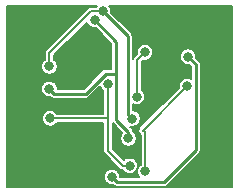
<source format=gbr>
G04 #@! TF.GenerationSoftware,KiCad,Pcbnew,(5.1.5)-3*
G04 #@! TF.CreationDate,2020-05-29T14:49:25+09:00*
G04 #@! TF.ProjectId,FMU3_Sensors_make,464d5533-5f53-4656-9e73-6f72735f6d61,rev?*
G04 #@! TF.SameCoordinates,Original*
G04 #@! TF.FileFunction,Copper,L2,Bot*
G04 #@! TF.FilePolarity,Positive*
%FSLAX46Y46*%
G04 Gerber Fmt 4.6, Leading zero omitted, Abs format (unit mm)*
G04 Created by KiCad (PCBNEW (5.1.5)-3) date 2020-05-29 14:49:25*
%MOMM*%
%LPD*%
G04 APERTURE LIST*
%ADD10C,0.800000*%
%ADD11C,0.200000*%
%ADD12C,0.250000*%
G04 APERTURE END LIST*
D10*
X141270180Y-26255000D03*
X140590000Y-30010000D03*
X131200000Y-35970000D03*
X133890000Y-26650000D03*
X134830000Y-28690000D03*
X144997653Y-36517653D03*
X141478000Y-24384000D03*
X143256000Y-28702000D03*
X138460000Y-36800000D03*
X144910000Y-26620000D03*
X141300000Y-36330000D03*
X144840000Y-29130000D03*
X138122981Y-28942888D03*
X139970000Y-35860000D03*
X133225000Y-31850000D03*
X137000000Y-23500000D03*
X139870000Y-33550000D03*
X133175000Y-29350000D03*
X137701240Y-22787072D03*
X133175000Y-27450000D03*
X140190000Y-31860000D03*
D11*
X140590000Y-26935180D02*
X141270180Y-26255000D01*
X140590000Y-30010000D02*
X140590000Y-26935180D01*
D12*
X145565001Y-34524999D02*
X142890001Y-37199999D01*
X145565001Y-27275001D02*
X145565001Y-34524999D01*
X138859999Y-37199999D02*
X138460000Y-36800000D01*
X142890001Y-37199999D02*
X138859999Y-37199999D01*
X144910000Y-26620000D02*
X145565001Y-27275001D01*
D11*
X141090000Y-32880000D02*
X144840000Y-29130000D01*
X141300000Y-36330000D02*
X141300000Y-32890000D01*
X138122981Y-29508573D02*
X138122981Y-28942888D01*
X139404315Y-35860000D02*
X138122981Y-34578666D01*
X139970000Y-35860000D02*
X139404315Y-35860000D01*
X138100000Y-31850000D02*
X138125000Y-31875000D01*
X133225000Y-31850000D02*
X138100000Y-31850000D01*
X138122981Y-34578666D02*
X138125000Y-31875000D01*
X138125000Y-31875000D02*
X138122981Y-29508573D01*
D12*
X139870000Y-32984315D02*
X139870000Y-33550000D01*
X138847982Y-31962297D02*
X139870000Y-32984315D01*
X137000000Y-23500000D02*
X138847982Y-25347982D01*
X137942867Y-28050000D02*
X138830000Y-28050000D01*
X136242868Y-29749999D02*
X137942867Y-28050000D01*
X133574999Y-29749999D02*
X136242868Y-29749999D01*
X133175000Y-29350000D02*
X133574999Y-29749999D01*
X138830000Y-28050000D02*
X138847982Y-31962297D01*
X138847982Y-25347982D02*
X138830000Y-28050000D01*
D11*
X133175000Y-26884315D02*
X133175000Y-27450000D01*
X133175000Y-26328998D02*
X133175000Y-26884315D01*
X136716926Y-22787072D02*
X133175000Y-26328998D01*
X137701240Y-22787072D02*
X136716926Y-22787072D01*
D12*
X138101239Y-23187071D02*
X137701240Y-22787072D01*
X139790001Y-31460001D02*
X139790001Y-24875833D01*
X139790001Y-24875833D02*
X138101239Y-23187071D01*
X140190000Y-31860000D02*
X139790001Y-31460001D01*
D11*
G36*
X137157514Y-22340848D02*
G01*
X137126628Y-22387072D01*
X136736573Y-22387072D01*
X136716926Y-22385137D01*
X136638512Y-22392860D01*
X136563112Y-22415732D01*
X136493623Y-22452875D01*
X136447975Y-22490337D01*
X136447973Y-22490339D01*
X136432715Y-22502861D01*
X136420193Y-22518119D01*
X132906052Y-26032261D01*
X132890789Y-26044787D01*
X132840803Y-26105696D01*
X132803660Y-26175185D01*
X132798273Y-26192945D01*
X132780788Y-26250585D01*
X132773065Y-26328998D01*
X132775000Y-26348645D01*
X132775001Y-26864660D01*
X132775000Y-26864669D01*
X132775000Y-26875388D01*
X132728776Y-26906274D01*
X132631274Y-27003776D01*
X132554668Y-27118426D01*
X132501901Y-27245818D01*
X132475000Y-27381056D01*
X132475000Y-27518944D01*
X132501901Y-27654182D01*
X132554668Y-27781574D01*
X132631274Y-27896224D01*
X132728776Y-27993726D01*
X132843426Y-28070332D01*
X132970818Y-28123099D01*
X133106056Y-28150000D01*
X133243944Y-28150000D01*
X133379182Y-28123099D01*
X133506574Y-28070332D01*
X133621224Y-27993726D01*
X133718726Y-27896224D01*
X133795332Y-27781574D01*
X133848099Y-27654182D01*
X133875000Y-27518944D01*
X133875000Y-27381056D01*
X133848099Y-27245818D01*
X133795332Y-27118426D01*
X133718726Y-27003776D01*
X133621224Y-26906274D01*
X133575000Y-26875388D01*
X133575000Y-26494683D01*
X136338207Y-23731477D01*
X136379668Y-23831574D01*
X136456274Y-23946224D01*
X136553776Y-24043726D01*
X136668426Y-24120332D01*
X136795818Y-24173099D01*
X136931056Y-24200000D01*
X137068944Y-24200000D01*
X137093980Y-24195020D01*
X138421809Y-25522850D01*
X138407820Y-27625000D01*
X137963734Y-27625000D01*
X137942867Y-27622945D01*
X137922000Y-27625000D01*
X137921993Y-27625000D01*
X137859553Y-27631150D01*
X137779440Y-27655452D01*
X137705607Y-27694916D01*
X137640893Y-27748026D01*
X137627583Y-27764244D01*
X136066828Y-29324999D01*
X133875000Y-29324999D01*
X133875000Y-29281056D01*
X133848099Y-29145818D01*
X133795332Y-29018426D01*
X133718726Y-28903776D01*
X133621224Y-28806274D01*
X133506574Y-28729668D01*
X133379182Y-28676901D01*
X133243944Y-28650000D01*
X133106056Y-28650000D01*
X132970818Y-28676901D01*
X132843426Y-28729668D01*
X132728776Y-28806274D01*
X132631274Y-28903776D01*
X132554668Y-29018426D01*
X132501901Y-29145818D01*
X132475000Y-29281056D01*
X132475000Y-29418944D01*
X132501901Y-29554182D01*
X132554668Y-29681574D01*
X132631274Y-29796224D01*
X132728776Y-29893726D01*
X132843426Y-29970332D01*
X132970818Y-30023099D01*
X133106056Y-30050000D01*
X133243944Y-30050000D01*
X133267552Y-30045304D01*
X133273025Y-30051973D01*
X133337739Y-30105083D01*
X133411572Y-30144547D01*
X133467382Y-30161477D01*
X133491684Y-30168849D01*
X133500097Y-30169678D01*
X133554125Y-30174999D01*
X133554131Y-30174999D01*
X133574998Y-30177054D01*
X133595865Y-30174999D01*
X136222001Y-30174999D01*
X136242868Y-30177054D01*
X136263735Y-30174999D01*
X136263742Y-30174999D01*
X136326182Y-30168849D01*
X136406295Y-30144547D01*
X136480128Y-30105083D01*
X136544842Y-30051973D01*
X136558152Y-30035755D01*
X137449377Y-29144530D01*
X137449882Y-29147070D01*
X137502649Y-29274462D01*
X137579255Y-29389112D01*
X137676757Y-29486614D01*
X137722981Y-29517500D01*
X137722981Y-29528219D01*
X137722998Y-29528395D01*
X137724637Y-31450000D01*
X133799612Y-31450000D01*
X133768726Y-31403776D01*
X133671224Y-31306274D01*
X133556574Y-31229668D01*
X133429182Y-31176901D01*
X133293944Y-31150000D01*
X133156056Y-31150000D01*
X133020818Y-31176901D01*
X132893426Y-31229668D01*
X132778776Y-31306274D01*
X132681274Y-31403776D01*
X132604668Y-31518426D01*
X132551901Y-31645818D01*
X132525000Y-31781056D01*
X132525000Y-31918944D01*
X132551901Y-32054182D01*
X132604668Y-32181574D01*
X132681274Y-32296224D01*
X132778776Y-32393726D01*
X132893426Y-32470332D01*
X133020818Y-32523099D01*
X133156056Y-32550000D01*
X133293944Y-32550000D01*
X133429182Y-32523099D01*
X133556574Y-32470332D01*
X133671224Y-32393726D01*
X133768726Y-32296224D01*
X133799612Y-32250000D01*
X137724720Y-32250000D01*
X137722996Y-34558865D01*
X137721046Y-34578666D01*
X137724956Y-34618370D01*
X137728711Y-34656785D01*
X137728754Y-34656927D01*
X137728769Y-34657079D01*
X137740214Y-34694809D01*
X137751527Y-34732202D01*
X137751598Y-34732335D01*
X137751642Y-34732480D01*
X137770264Y-34767319D01*
X137788618Y-34801719D01*
X137788713Y-34801834D01*
X137788784Y-34801968D01*
X137813880Y-34832548D01*
X137838558Y-34862664D01*
X137853923Y-34875293D01*
X139107582Y-36128953D01*
X139120104Y-36144211D01*
X139135362Y-36156733D01*
X139135364Y-36156735D01*
X139181012Y-36194197D01*
X139250500Y-36231340D01*
X139325901Y-36254212D01*
X139396144Y-36261130D01*
X139426274Y-36306224D01*
X139523776Y-36403726D01*
X139638426Y-36480332D01*
X139765818Y-36533099D01*
X139901056Y-36560000D01*
X140038944Y-36560000D01*
X140174182Y-36533099D01*
X140301574Y-36480332D01*
X140416224Y-36403726D01*
X140513726Y-36306224D01*
X140590332Y-36191574D01*
X140643099Y-36064182D01*
X140670000Y-35928944D01*
X140670000Y-35791056D01*
X140643099Y-35655818D01*
X140590332Y-35528426D01*
X140513726Y-35413776D01*
X140416224Y-35316274D01*
X140301574Y-35239668D01*
X140174182Y-35186901D01*
X140038944Y-35160000D01*
X139901056Y-35160000D01*
X139765818Y-35186901D01*
X139638426Y-35239668D01*
X139523776Y-35316274D01*
X139475025Y-35365025D01*
X138523105Y-34413104D01*
X138524728Y-32238341D01*
X138532702Y-32248057D01*
X138533399Y-32248754D01*
X138547400Y-32265655D01*
X138562910Y-32278265D01*
X139357347Y-33072703D01*
X139326274Y-33103776D01*
X139249668Y-33218426D01*
X139196901Y-33345818D01*
X139170000Y-33481056D01*
X139170000Y-33618944D01*
X139196901Y-33754182D01*
X139249668Y-33881574D01*
X139326274Y-33996224D01*
X139423776Y-34093726D01*
X139538426Y-34170332D01*
X139665818Y-34223099D01*
X139801056Y-34250000D01*
X139938944Y-34250000D01*
X140074182Y-34223099D01*
X140201574Y-34170332D01*
X140316224Y-34093726D01*
X140413726Y-33996224D01*
X140490332Y-33881574D01*
X140543099Y-33754182D01*
X140570000Y-33618944D01*
X140570000Y-33481056D01*
X140543099Y-33345818D01*
X140490332Y-33218426D01*
X140413726Y-33103776D01*
X140316224Y-33006274D01*
X140296209Y-32992901D01*
X140297055Y-32984315D01*
X140295000Y-32963448D01*
X140295000Y-32963441D01*
X140288850Y-32901001D01*
X140273379Y-32850000D01*
X140264548Y-32820887D01*
X140250801Y-32795170D01*
X140225084Y-32747055D01*
X140171974Y-32682341D01*
X140155763Y-32669037D01*
X140028269Y-32541543D01*
X140121056Y-32560000D01*
X140258944Y-32560000D01*
X140394182Y-32533099D01*
X140521574Y-32480332D01*
X140636224Y-32403726D01*
X140733726Y-32306224D01*
X140810332Y-32191574D01*
X140863099Y-32064182D01*
X140890000Y-31928944D01*
X140890000Y-31791056D01*
X140863099Y-31655818D01*
X140810332Y-31528426D01*
X140733726Y-31413776D01*
X140636224Y-31316274D01*
X140521574Y-31239668D01*
X140394182Y-31186901D01*
X140258944Y-31160000D01*
X140215001Y-31160000D01*
X140215001Y-30601317D01*
X140258426Y-30630332D01*
X140385818Y-30683099D01*
X140521056Y-30710000D01*
X140658944Y-30710000D01*
X140794182Y-30683099D01*
X140921574Y-30630332D01*
X141036224Y-30553726D01*
X141133726Y-30456224D01*
X141210332Y-30341574D01*
X141263099Y-30214182D01*
X141290000Y-30078944D01*
X141290000Y-29941056D01*
X141263099Y-29805818D01*
X141210332Y-29678426D01*
X141133726Y-29563776D01*
X141036224Y-29466274D01*
X140990000Y-29435388D01*
X140990000Y-27100865D01*
X141146711Y-26944154D01*
X141201236Y-26955000D01*
X141339124Y-26955000D01*
X141474362Y-26928099D01*
X141601754Y-26875332D01*
X141716404Y-26798726D01*
X141813906Y-26701224D01*
X141890512Y-26586574D01*
X141943279Y-26459182D01*
X141970180Y-26323944D01*
X141970180Y-26186056D01*
X141943279Y-26050818D01*
X141890512Y-25923426D01*
X141813906Y-25808776D01*
X141716404Y-25711274D01*
X141601754Y-25634668D01*
X141474362Y-25581901D01*
X141339124Y-25555000D01*
X141201236Y-25555000D01*
X141065998Y-25581901D01*
X140938606Y-25634668D01*
X140823956Y-25711274D01*
X140726454Y-25808776D01*
X140649848Y-25923426D01*
X140597081Y-26050818D01*
X140570180Y-26186056D01*
X140570180Y-26323944D01*
X140581026Y-26378469D01*
X140321047Y-26638448D01*
X140305790Y-26650969D01*
X140293268Y-26666227D01*
X140293265Y-26666230D01*
X140255803Y-26711878D01*
X140218661Y-26781366D01*
X140215001Y-26793431D01*
X140215001Y-24896699D01*
X140217056Y-24875832D01*
X140215001Y-24854965D01*
X140215001Y-24854959D01*
X140208851Y-24792519D01*
X140184549Y-24712406D01*
X140145085Y-24638573D01*
X140091975Y-24573859D01*
X140075763Y-24560554D01*
X138416523Y-22901315D01*
X138416519Y-22901310D01*
X138396260Y-22881051D01*
X138401240Y-22856016D01*
X138401240Y-22718128D01*
X138374339Y-22582890D01*
X138321572Y-22455498D01*
X138244966Y-22340848D01*
X138229118Y-22325000D01*
X148675000Y-22325000D01*
X148675001Y-37675000D01*
X129575000Y-37675000D01*
X129575000Y-36731056D01*
X137760000Y-36731056D01*
X137760000Y-36868944D01*
X137786901Y-37004182D01*
X137839668Y-37131574D01*
X137916274Y-37246224D01*
X138013776Y-37343726D01*
X138128426Y-37420332D01*
X138255818Y-37473099D01*
X138391056Y-37500000D01*
X138528944Y-37500000D01*
X138552552Y-37495304D01*
X138558025Y-37501973D01*
X138622739Y-37555083D01*
X138696572Y-37594547D01*
X138752382Y-37611477D01*
X138776684Y-37618849D01*
X138785097Y-37619678D01*
X138839125Y-37624999D01*
X138839131Y-37624999D01*
X138859998Y-37627054D01*
X138880865Y-37624999D01*
X142869134Y-37624999D01*
X142890001Y-37627054D01*
X142910868Y-37624999D01*
X142910875Y-37624999D01*
X142973315Y-37618849D01*
X143053428Y-37594547D01*
X143127261Y-37555083D01*
X143191975Y-37501973D01*
X143205284Y-37485756D01*
X145850763Y-34840278D01*
X145866975Y-34826973D01*
X145920085Y-34762259D01*
X145959549Y-34688426D01*
X145983851Y-34608313D01*
X145990001Y-34545873D01*
X145990001Y-34545867D01*
X145992056Y-34525000D01*
X145990001Y-34504133D01*
X145990001Y-27295867D01*
X145992056Y-27275000D01*
X145990001Y-27254133D01*
X145990001Y-27254127D01*
X145983851Y-27191687D01*
X145959549Y-27111574D01*
X145920085Y-27037741D01*
X145866975Y-26973027D01*
X145850764Y-26959723D01*
X145605020Y-26713979D01*
X145610000Y-26688944D01*
X145610000Y-26551056D01*
X145583099Y-26415818D01*
X145530332Y-26288426D01*
X145453726Y-26173776D01*
X145356224Y-26076274D01*
X145241574Y-25999668D01*
X145114182Y-25946901D01*
X144978944Y-25920000D01*
X144841056Y-25920000D01*
X144705818Y-25946901D01*
X144578426Y-25999668D01*
X144463776Y-26076274D01*
X144366274Y-26173776D01*
X144289668Y-26288426D01*
X144236901Y-26415818D01*
X144210000Y-26551056D01*
X144210000Y-26688944D01*
X144236901Y-26824182D01*
X144289668Y-26951574D01*
X144366274Y-27066224D01*
X144463776Y-27163726D01*
X144578426Y-27240332D01*
X144705818Y-27293099D01*
X144841056Y-27320000D01*
X144978944Y-27320000D01*
X145003979Y-27315020D01*
X145140001Y-27451042D01*
X145140001Y-28496590D01*
X145044182Y-28456901D01*
X144908944Y-28430000D01*
X144771056Y-28430000D01*
X144635818Y-28456901D01*
X144508426Y-28509668D01*
X144393776Y-28586274D01*
X144296274Y-28683776D01*
X144219668Y-28798426D01*
X144166901Y-28925818D01*
X144140000Y-29061056D01*
X144140000Y-29198944D01*
X144150846Y-29253468D01*
X140793265Y-32611050D01*
X140755803Y-32656698D01*
X140718661Y-32726186D01*
X140695788Y-32801587D01*
X140688065Y-32880000D01*
X140695788Y-32958413D01*
X140718661Y-33033814D01*
X140755803Y-33103302D01*
X140805790Y-33164210D01*
X140866698Y-33214197D01*
X140900001Y-33231998D01*
X140900000Y-35755388D01*
X140853776Y-35786274D01*
X140756274Y-35883776D01*
X140679668Y-35998426D01*
X140626901Y-36125818D01*
X140600000Y-36261056D01*
X140600000Y-36398944D01*
X140626901Y-36534182D01*
X140679668Y-36661574D01*
X140755455Y-36774999D01*
X139160000Y-36774999D01*
X139160000Y-36731056D01*
X139133099Y-36595818D01*
X139080332Y-36468426D01*
X139003726Y-36353776D01*
X138906224Y-36256274D01*
X138791574Y-36179668D01*
X138664182Y-36126901D01*
X138528944Y-36100000D01*
X138391056Y-36100000D01*
X138255818Y-36126901D01*
X138128426Y-36179668D01*
X138013776Y-36256274D01*
X137916274Y-36353776D01*
X137839668Y-36468426D01*
X137786901Y-36595818D01*
X137760000Y-36731056D01*
X129575000Y-36731056D01*
X129575000Y-22325000D01*
X137173362Y-22325000D01*
X137157514Y-22340848D01*
G37*
X137157514Y-22340848D02*
X137126628Y-22387072D01*
X136736573Y-22387072D01*
X136716926Y-22385137D01*
X136638512Y-22392860D01*
X136563112Y-22415732D01*
X136493623Y-22452875D01*
X136447975Y-22490337D01*
X136447973Y-22490339D01*
X136432715Y-22502861D01*
X136420193Y-22518119D01*
X132906052Y-26032261D01*
X132890789Y-26044787D01*
X132840803Y-26105696D01*
X132803660Y-26175185D01*
X132798273Y-26192945D01*
X132780788Y-26250585D01*
X132773065Y-26328998D01*
X132775000Y-26348645D01*
X132775001Y-26864660D01*
X132775000Y-26864669D01*
X132775000Y-26875388D01*
X132728776Y-26906274D01*
X132631274Y-27003776D01*
X132554668Y-27118426D01*
X132501901Y-27245818D01*
X132475000Y-27381056D01*
X132475000Y-27518944D01*
X132501901Y-27654182D01*
X132554668Y-27781574D01*
X132631274Y-27896224D01*
X132728776Y-27993726D01*
X132843426Y-28070332D01*
X132970818Y-28123099D01*
X133106056Y-28150000D01*
X133243944Y-28150000D01*
X133379182Y-28123099D01*
X133506574Y-28070332D01*
X133621224Y-27993726D01*
X133718726Y-27896224D01*
X133795332Y-27781574D01*
X133848099Y-27654182D01*
X133875000Y-27518944D01*
X133875000Y-27381056D01*
X133848099Y-27245818D01*
X133795332Y-27118426D01*
X133718726Y-27003776D01*
X133621224Y-26906274D01*
X133575000Y-26875388D01*
X133575000Y-26494683D01*
X136338207Y-23731477D01*
X136379668Y-23831574D01*
X136456274Y-23946224D01*
X136553776Y-24043726D01*
X136668426Y-24120332D01*
X136795818Y-24173099D01*
X136931056Y-24200000D01*
X137068944Y-24200000D01*
X137093980Y-24195020D01*
X138421809Y-25522850D01*
X138407820Y-27625000D01*
X137963734Y-27625000D01*
X137942867Y-27622945D01*
X137922000Y-27625000D01*
X137921993Y-27625000D01*
X137859553Y-27631150D01*
X137779440Y-27655452D01*
X137705607Y-27694916D01*
X137640893Y-27748026D01*
X137627583Y-27764244D01*
X136066828Y-29324999D01*
X133875000Y-29324999D01*
X133875000Y-29281056D01*
X133848099Y-29145818D01*
X133795332Y-29018426D01*
X133718726Y-28903776D01*
X133621224Y-28806274D01*
X133506574Y-28729668D01*
X133379182Y-28676901D01*
X133243944Y-28650000D01*
X133106056Y-28650000D01*
X132970818Y-28676901D01*
X132843426Y-28729668D01*
X132728776Y-28806274D01*
X132631274Y-28903776D01*
X132554668Y-29018426D01*
X132501901Y-29145818D01*
X132475000Y-29281056D01*
X132475000Y-29418944D01*
X132501901Y-29554182D01*
X132554668Y-29681574D01*
X132631274Y-29796224D01*
X132728776Y-29893726D01*
X132843426Y-29970332D01*
X132970818Y-30023099D01*
X133106056Y-30050000D01*
X133243944Y-30050000D01*
X133267552Y-30045304D01*
X133273025Y-30051973D01*
X133337739Y-30105083D01*
X133411572Y-30144547D01*
X133467382Y-30161477D01*
X133491684Y-30168849D01*
X133500097Y-30169678D01*
X133554125Y-30174999D01*
X133554131Y-30174999D01*
X133574998Y-30177054D01*
X133595865Y-30174999D01*
X136222001Y-30174999D01*
X136242868Y-30177054D01*
X136263735Y-30174999D01*
X136263742Y-30174999D01*
X136326182Y-30168849D01*
X136406295Y-30144547D01*
X136480128Y-30105083D01*
X136544842Y-30051973D01*
X136558152Y-30035755D01*
X137449377Y-29144530D01*
X137449882Y-29147070D01*
X137502649Y-29274462D01*
X137579255Y-29389112D01*
X137676757Y-29486614D01*
X137722981Y-29517500D01*
X137722981Y-29528219D01*
X137722998Y-29528395D01*
X137724637Y-31450000D01*
X133799612Y-31450000D01*
X133768726Y-31403776D01*
X133671224Y-31306274D01*
X133556574Y-31229668D01*
X133429182Y-31176901D01*
X133293944Y-31150000D01*
X133156056Y-31150000D01*
X133020818Y-31176901D01*
X132893426Y-31229668D01*
X132778776Y-31306274D01*
X132681274Y-31403776D01*
X132604668Y-31518426D01*
X132551901Y-31645818D01*
X132525000Y-31781056D01*
X132525000Y-31918944D01*
X132551901Y-32054182D01*
X132604668Y-32181574D01*
X132681274Y-32296224D01*
X132778776Y-32393726D01*
X132893426Y-32470332D01*
X133020818Y-32523099D01*
X133156056Y-32550000D01*
X133293944Y-32550000D01*
X133429182Y-32523099D01*
X133556574Y-32470332D01*
X133671224Y-32393726D01*
X133768726Y-32296224D01*
X133799612Y-32250000D01*
X137724720Y-32250000D01*
X137722996Y-34558865D01*
X137721046Y-34578666D01*
X137724956Y-34618370D01*
X137728711Y-34656785D01*
X137728754Y-34656927D01*
X137728769Y-34657079D01*
X137740214Y-34694809D01*
X137751527Y-34732202D01*
X137751598Y-34732335D01*
X137751642Y-34732480D01*
X137770264Y-34767319D01*
X137788618Y-34801719D01*
X137788713Y-34801834D01*
X137788784Y-34801968D01*
X137813880Y-34832548D01*
X137838558Y-34862664D01*
X137853923Y-34875293D01*
X139107582Y-36128953D01*
X139120104Y-36144211D01*
X139135362Y-36156733D01*
X139135364Y-36156735D01*
X139181012Y-36194197D01*
X139250500Y-36231340D01*
X139325901Y-36254212D01*
X139396144Y-36261130D01*
X139426274Y-36306224D01*
X139523776Y-36403726D01*
X139638426Y-36480332D01*
X139765818Y-36533099D01*
X139901056Y-36560000D01*
X140038944Y-36560000D01*
X140174182Y-36533099D01*
X140301574Y-36480332D01*
X140416224Y-36403726D01*
X140513726Y-36306224D01*
X140590332Y-36191574D01*
X140643099Y-36064182D01*
X140670000Y-35928944D01*
X140670000Y-35791056D01*
X140643099Y-35655818D01*
X140590332Y-35528426D01*
X140513726Y-35413776D01*
X140416224Y-35316274D01*
X140301574Y-35239668D01*
X140174182Y-35186901D01*
X140038944Y-35160000D01*
X139901056Y-35160000D01*
X139765818Y-35186901D01*
X139638426Y-35239668D01*
X139523776Y-35316274D01*
X139475025Y-35365025D01*
X138523105Y-34413104D01*
X138524728Y-32238341D01*
X138532702Y-32248057D01*
X138533399Y-32248754D01*
X138547400Y-32265655D01*
X138562910Y-32278265D01*
X139357347Y-33072703D01*
X139326274Y-33103776D01*
X139249668Y-33218426D01*
X139196901Y-33345818D01*
X139170000Y-33481056D01*
X139170000Y-33618944D01*
X139196901Y-33754182D01*
X139249668Y-33881574D01*
X139326274Y-33996224D01*
X139423776Y-34093726D01*
X139538426Y-34170332D01*
X139665818Y-34223099D01*
X139801056Y-34250000D01*
X139938944Y-34250000D01*
X140074182Y-34223099D01*
X140201574Y-34170332D01*
X140316224Y-34093726D01*
X140413726Y-33996224D01*
X140490332Y-33881574D01*
X140543099Y-33754182D01*
X140570000Y-33618944D01*
X140570000Y-33481056D01*
X140543099Y-33345818D01*
X140490332Y-33218426D01*
X140413726Y-33103776D01*
X140316224Y-33006274D01*
X140296209Y-32992901D01*
X140297055Y-32984315D01*
X140295000Y-32963448D01*
X140295000Y-32963441D01*
X140288850Y-32901001D01*
X140273379Y-32850000D01*
X140264548Y-32820887D01*
X140250801Y-32795170D01*
X140225084Y-32747055D01*
X140171974Y-32682341D01*
X140155763Y-32669037D01*
X140028269Y-32541543D01*
X140121056Y-32560000D01*
X140258944Y-32560000D01*
X140394182Y-32533099D01*
X140521574Y-32480332D01*
X140636224Y-32403726D01*
X140733726Y-32306224D01*
X140810332Y-32191574D01*
X140863099Y-32064182D01*
X140890000Y-31928944D01*
X140890000Y-31791056D01*
X140863099Y-31655818D01*
X140810332Y-31528426D01*
X140733726Y-31413776D01*
X140636224Y-31316274D01*
X140521574Y-31239668D01*
X140394182Y-31186901D01*
X140258944Y-31160000D01*
X140215001Y-31160000D01*
X140215001Y-30601317D01*
X140258426Y-30630332D01*
X140385818Y-30683099D01*
X140521056Y-30710000D01*
X140658944Y-30710000D01*
X140794182Y-30683099D01*
X140921574Y-30630332D01*
X141036224Y-30553726D01*
X141133726Y-30456224D01*
X141210332Y-30341574D01*
X141263099Y-30214182D01*
X141290000Y-30078944D01*
X141290000Y-29941056D01*
X141263099Y-29805818D01*
X141210332Y-29678426D01*
X141133726Y-29563776D01*
X141036224Y-29466274D01*
X140990000Y-29435388D01*
X140990000Y-27100865D01*
X141146711Y-26944154D01*
X141201236Y-26955000D01*
X141339124Y-26955000D01*
X141474362Y-26928099D01*
X141601754Y-26875332D01*
X141716404Y-26798726D01*
X141813906Y-26701224D01*
X141890512Y-26586574D01*
X141943279Y-26459182D01*
X141970180Y-26323944D01*
X141970180Y-26186056D01*
X141943279Y-26050818D01*
X141890512Y-25923426D01*
X141813906Y-25808776D01*
X141716404Y-25711274D01*
X141601754Y-25634668D01*
X141474362Y-25581901D01*
X141339124Y-25555000D01*
X141201236Y-25555000D01*
X141065998Y-25581901D01*
X140938606Y-25634668D01*
X140823956Y-25711274D01*
X140726454Y-25808776D01*
X140649848Y-25923426D01*
X140597081Y-26050818D01*
X140570180Y-26186056D01*
X140570180Y-26323944D01*
X140581026Y-26378469D01*
X140321047Y-26638448D01*
X140305790Y-26650969D01*
X140293268Y-26666227D01*
X140293265Y-26666230D01*
X140255803Y-26711878D01*
X140218661Y-26781366D01*
X140215001Y-26793431D01*
X140215001Y-24896699D01*
X140217056Y-24875832D01*
X140215001Y-24854965D01*
X140215001Y-24854959D01*
X140208851Y-24792519D01*
X140184549Y-24712406D01*
X140145085Y-24638573D01*
X140091975Y-24573859D01*
X140075763Y-24560554D01*
X138416523Y-22901315D01*
X138416519Y-22901310D01*
X138396260Y-22881051D01*
X138401240Y-22856016D01*
X138401240Y-22718128D01*
X138374339Y-22582890D01*
X138321572Y-22455498D01*
X138244966Y-22340848D01*
X138229118Y-22325000D01*
X148675000Y-22325000D01*
X148675001Y-37675000D01*
X129575000Y-37675000D01*
X129575000Y-36731056D01*
X137760000Y-36731056D01*
X137760000Y-36868944D01*
X137786901Y-37004182D01*
X137839668Y-37131574D01*
X137916274Y-37246224D01*
X138013776Y-37343726D01*
X138128426Y-37420332D01*
X138255818Y-37473099D01*
X138391056Y-37500000D01*
X138528944Y-37500000D01*
X138552552Y-37495304D01*
X138558025Y-37501973D01*
X138622739Y-37555083D01*
X138696572Y-37594547D01*
X138752382Y-37611477D01*
X138776684Y-37618849D01*
X138785097Y-37619678D01*
X138839125Y-37624999D01*
X138839131Y-37624999D01*
X138859998Y-37627054D01*
X138880865Y-37624999D01*
X142869134Y-37624999D01*
X142890001Y-37627054D01*
X142910868Y-37624999D01*
X142910875Y-37624999D01*
X142973315Y-37618849D01*
X143053428Y-37594547D01*
X143127261Y-37555083D01*
X143191975Y-37501973D01*
X143205284Y-37485756D01*
X145850763Y-34840278D01*
X145866975Y-34826973D01*
X145920085Y-34762259D01*
X145959549Y-34688426D01*
X145983851Y-34608313D01*
X145990001Y-34545873D01*
X145990001Y-34545867D01*
X145992056Y-34525000D01*
X145990001Y-34504133D01*
X145990001Y-27295867D01*
X145992056Y-27275000D01*
X145990001Y-27254133D01*
X145990001Y-27254127D01*
X145983851Y-27191687D01*
X145959549Y-27111574D01*
X145920085Y-27037741D01*
X145866975Y-26973027D01*
X145850764Y-26959723D01*
X145605020Y-26713979D01*
X145610000Y-26688944D01*
X145610000Y-26551056D01*
X145583099Y-26415818D01*
X145530332Y-26288426D01*
X145453726Y-26173776D01*
X145356224Y-26076274D01*
X145241574Y-25999668D01*
X145114182Y-25946901D01*
X144978944Y-25920000D01*
X144841056Y-25920000D01*
X144705818Y-25946901D01*
X144578426Y-25999668D01*
X144463776Y-26076274D01*
X144366274Y-26173776D01*
X144289668Y-26288426D01*
X144236901Y-26415818D01*
X144210000Y-26551056D01*
X144210000Y-26688944D01*
X144236901Y-26824182D01*
X144289668Y-26951574D01*
X144366274Y-27066224D01*
X144463776Y-27163726D01*
X144578426Y-27240332D01*
X144705818Y-27293099D01*
X144841056Y-27320000D01*
X144978944Y-27320000D01*
X145003979Y-27315020D01*
X145140001Y-27451042D01*
X145140001Y-28496590D01*
X145044182Y-28456901D01*
X144908944Y-28430000D01*
X144771056Y-28430000D01*
X144635818Y-28456901D01*
X144508426Y-28509668D01*
X144393776Y-28586274D01*
X144296274Y-28683776D01*
X144219668Y-28798426D01*
X144166901Y-28925818D01*
X144140000Y-29061056D01*
X144140000Y-29198944D01*
X144150846Y-29253468D01*
X140793265Y-32611050D01*
X140755803Y-32656698D01*
X140718661Y-32726186D01*
X140695788Y-32801587D01*
X140688065Y-32880000D01*
X140695788Y-32958413D01*
X140718661Y-33033814D01*
X140755803Y-33103302D01*
X140805790Y-33164210D01*
X140866698Y-33214197D01*
X140900001Y-33231998D01*
X140900000Y-35755388D01*
X140853776Y-35786274D01*
X140756274Y-35883776D01*
X140679668Y-35998426D01*
X140626901Y-36125818D01*
X140600000Y-36261056D01*
X140600000Y-36398944D01*
X140626901Y-36534182D01*
X140679668Y-36661574D01*
X140755455Y-36774999D01*
X139160000Y-36774999D01*
X139160000Y-36731056D01*
X139133099Y-36595818D01*
X139080332Y-36468426D01*
X139003726Y-36353776D01*
X138906224Y-36256274D01*
X138791574Y-36179668D01*
X138664182Y-36126901D01*
X138528944Y-36100000D01*
X138391056Y-36100000D01*
X138255818Y-36126901D01*
X138128426Y-36179668D01*
X138013776Y-36256274D01*
X137916274Y-36353776D01*
X137839668Y-36468426D01*
X137786901Y-36595818D01*
X137760000Y-36731056D01*
X129575000Y-36731056D01*
X129575000Y-22325000D01*
X137173362Y-22325000D01*
X137157514Y-22340848D01*
M02*

</source>
